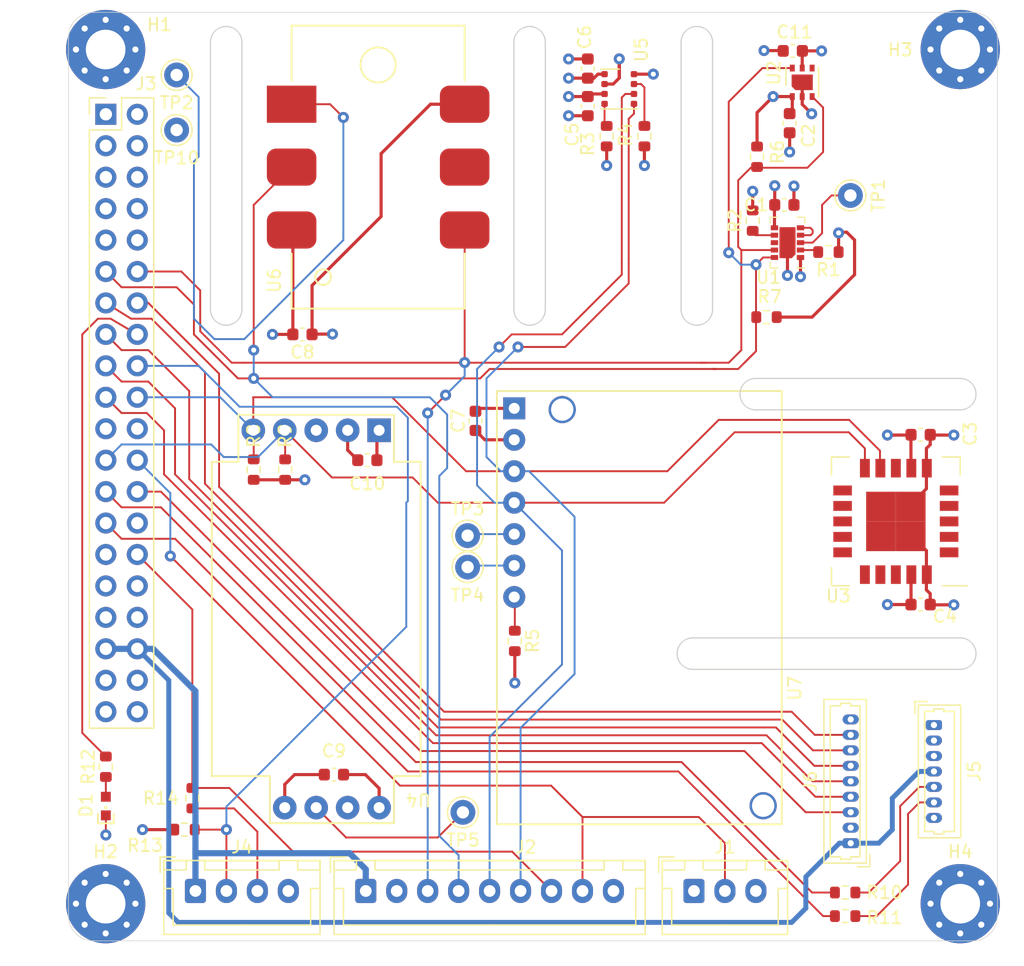
<source format=kicad_pcb>
(kicad_pcb (version 20211014) (generator pcbnew)
  (layers (0 "F.Cu" signal) (1 "In1.Cu" signal) (2 "In2.Cu" signal) (31 "B.Cu" signal) (34 "B.Paste" user) (35 "F.Paste" user) (36 "B.SilkS" user "B.Silkscreen") (37 "F.SilkS" user "F.Silkscreen") (38 "B.Mask" user) (39 "F.Mask" user) (44 "Edge.Cuts" user))
  (net 0 "")
  (net 1 "+3V3")
  (net 2 "GND")
  (net 3 "Net-(R3-Pad2)")
  (net 4 "Net-(R4-Pad2)")
  (net 5 "Net-(R5-Pad1)")
  (net 6 "Net-(TP2-Pad1)")
  (net 7 "Net-(TP3-Pad1)")
  (net 8 "Net-(TP4-Pad1)")
  (net 10 "Net-(R1-Pad2)")
  (net 11 "Net-(R2-Pad1)")
  (net 12 "Net-(TP1-Pad1)")
  (net 13 "Net-(TP5-Pad1)")
  (net 14 "/SENS/SCL_1")
  (net 15 "/SENS/SDA_1")
  (net 16 "Net-(U1-Pad4)")
  (net 20 "+5V")
  (net 21 "/SENS/SCL_2")
  (net 22 "/SENS/SDA_2")
  (net 23 "Net-(D1-Pad2)")
  (net 24 "Net-(J2-Pad7)")
  (net 25 "Net-(J1-Pad2)")
  (net 26 "Net-(J4-Pad3)")
  (net 31 "Net-(J3-Pad16)")
  (net 32 "Net-(J3-Pad15)")
  (net 39 "Net-(J3-Pad18)")
  (net 42 "Net-(J3-Pad17)")
  (net 43 "Net-(J5-Pad6)")
  (net 44 "Net-(J3-Pad19)")
  (net 45 "Net-(J3-Pad25)")
  (net 46 "Net-(J3-Pad26)")
  (net 47 "Net-(J3-Pad27)")
  (net 48 "Net-(J5-Pad5)")
  (net 50 "Net-(J3-Pad13)")
  (net 51 "Net-(J3-Pad14)")
  (footprint "Connector_Pin:Pin_D1.0mm_L10.0mm" (layer "F.Cu") (at 32.224988 -30.1909)
    (fp_text reference "TP4")
    (fp_text value "TestPoint_Small")
  )
  (footprint "Connector_Pin:Pin_D1.0mm_L10.0mm" (layer "F.Cu") (at 32.224988 -32.7309)
    (fp_text reference "TP3")
    (fp_text value "TestPoint_Small")
  )
  (footprint "Resistor_SMD:R_0603_1608Metric" (layer "F.Cu") (at 55.592988 -63.3379 90)
    (fp_text reference "R6")
    (fp_text value "4.7K")
  )
  (footprint "Resistor_SMD:R_0603_1608Metric" (layer "F.Cu") (at 62.704988 -3.9019 180)
    (fp_text reference "R10")
    (fp_text value "4.7K")
  )
  (footprint "Capacitor_SMD:C_0603_1608Metric" (layer "F.Cu") (at 68.8 -40.879635)
    (fp_text reference "C3")
    (fp_text value "0.1u")
  )
  (footprint "MountingHole:MountingHole_3.2mm_M3_Pad_Via" (layer "F.Cu") (at 3 -3)
    (fp_text reference "H2")
    (fp_text value "MountingHole")
  )
  (footprint "Connector_JST:JST_XH_B4B-XH-A_1x04_P2.50mm_Vertical" (layer "F.Cu") (at 10.25 -4.025)
    (fp_text reference "J4")
    (fp_text value "Conn_01x04")
  )
  (footprint "Capacitor_SMD:C_0603_1608Metric" (layer "F.Cu") (at 58.2245 -66.048 -90)
    (fp_text reference "C2")
    (fp_text value "1.0u")
  )
  (footprint "Capacitor_SMD:C_0603_1608Metric" (layer "F.Cu") (at 58.4785 -71.89 180)
    (fp_text reference "C11")
    (fp_text value "0.1u")
  )
  (footprint "Connector_Pin:Pin_D1.0mm_L10.0mm" (layer "F.Cu") (at 8.729988 -65.4969)
    (fp_text reference "TP10")
    (fp_text value "TestPoint_Small")
  )
  (footprint "Resistor_SMD:R_0603_1608Metric" (layer "F.Cu") (at 14.952988 -38.0649 -90)
    (fp_text reference "R8")
    (fp_text value "4.7K")
  )
  (footprint "Capacitor_SMD:C_0603_1608Metric" (layer "F.Cu") (at 57.796 -59.448)
    (fp_text reference "C1")
    (fp_text value "0.1u")
  )
  (footprint "Sensor_Gas:Sensirion_DFN-6-1EP_2.44x2.44mm_P0.8mm" (layer "F.Cu") (at 59.2405 -69.35 90)
    (fp_text reference "U2")
    (fp_text value "SGP40")
  )
  (footprint "Connector_JST:JST_XH_B9B-XH-A_1x09_P2.50mm_Vertical" (layer "F.Cu") (at 24 -4.025)
    (fp_text reference "J2")
    (fp_text value "Conn_01x09")
  )
  (footprint "Package_LGA:Bosch_LGA-8_3x3mm_P0.8mm_ClockwisePinNumbering" (layer "F.Cu") (at 44.468 -68.81 -90)
    (fp_text reference "U5")
    (fp_text value "BME680")
  )
  (footprint "Sensor_Gas:Sensiron_SCD30_Module" (layer "F.Cu") (at 34.5875 -44.4125 180)
    (fp_text reference "U7")
    (fp_text value "SCD30")
  )
  (footprint "Connector_Pin:Pin_D1.0mm_L10.0mm" (layer "F.Cu") (at 31.843988 -10.3789)
    (fp_text reference "TP5")
    (fp_text value "TestPoint_Small")
  )
  (footprint "Resistor_SMD:R_0603_1608Metric" (layer "F.Cu") (at 9.364988 -8.9819 180)
    (fp_text reference "R13")
    (fp_text value "4.7K")
  )
  (footprint "Connector_Molex:Molex_PicoBlade_53047-0710_1x07_P1.25mm_Vertical" (layer "F.Cu") (at 69.874988 -17.4309 -90)
    (fp_text reference "J5")
    (fp_text value "Conn_01x09")
  )
  (footprint "Capacitor_SMD:C_0603_1608Metric" (layer "F.Cu") (at 24.1275 -38.8269)
    (fp_text reference "C10")
    (fp_text value "0.1u")
  )
  (footprint "Sensor_Gas:Telaire_MICS-VZ-89TE‎" (layer "F.Cu") (at 25 -62.5)
    (fp_text reference "U6")
    (fp_text value "MICS-VZ-89TE‎")
  )
  (footprint "Connector_Pin:Pin_D1.0mm_L10.0mm" (layer "F.Cu") (at 8.729988 -69.9419)
    (fp_text reference "TP2")
    (fp_text value "TestPoint_Small")
  )
  (footprint "Resistor_SMD:R_0603_1608Metric" (layer "F.Cu") (at 9.999988 -11.5219 90)
    (fp_text reference "R14")
    (fp_text value "470R")
  )
  (footprint "Resistor_SMD:R_0603_1608Metric" (layer "F.Cu") (at 46.5 -65 90)
    (fp_text reference "R4")
    (fp_text value "4.7K")
  )
  (footprint "Resistor_SMD:R_0603_1608Metric" (layer "F.Cu") (at 43.452 -65 90)
    (fp_text reference "R3")
    (fp_text value "4.7K")
  )
  (footprint "Package_LGA:AMS_LGA-10-1EP_2.7x4mm_P0.6mm" (layer "F.Cu") (at 58.05 -56.4 180)
    (fp_text reference "U1")
    (fp_text value "CCS811")
  )
  (footprint "Resistor_SMD:R_0603_1608Metric" (layer "F.Cu") (at 61.352 -55.638 180)
    (fp_text reference "R1")
    (fp_text value "4.7K")
  )
  (footprint "Resistor_SMD:R_0603_1608Metric" (layer "F.Cu") (at 56.354988 -50.3839)
    (fp_text reference "R7")
    (fp_text value "4.7K")
  )
  (footprint "Sensor_Gas:Sensirion_SCD4X_QFN-20_EP_10.1x10.1_Pitch1.25mm" (layer "F.Cu") (at 66.8 -33.879635 180)
    (fp_text reference "U3")
    (fp_text value "SCD4X")
  )
  (footprint "Connector_JST:JST_XH_B3B-XH-A_1x03_P2.50mm_Vertical" (layer "F.Cu") (at 50.5 -4.025)
    (fp_text reference "J1")
    (fp_text value "Conn_01x05")
  )
  (footprint "Capacitor_SMD:C_0603_1608Metric" (layer "F.Cu") (at 32.859988 -42.0019 -90)
    (fp_text reference "C7")
    (fp_text value "1.0u")
  )
  (footprint "Connector_Molex:Molex_PicoBlade_53047-0910_1x09_P1.25mm_Vertical" (layer "F.Cu") (at 63.154988 -7.8859 90)
    (fp_text reference "J6")
    (fp_text value "Conn_01x08")
  )
  (footprint "Resistor_SMD:R_0603_1608Metric" (layer "F.Cu") (at 62.704988 -1.9969 180)
    (fp_text reference "R11")
    (fp_text value "4.7K")
  )
  (footprint "Sensor_Gas:Sensair_Sunrise_006-0-0007" (layer "F.Cu") (at 25.08 -41.24 180)
    (fp_text reference "U4")
    (fp_text value "Sensair_Sunrise_006-0-0007")
  )
  (footprint "MountingHole:MountingHole_3.2mm_M3_Pad_Via" (layer "F.Cu") (at 72 -72)
    (fp_text reference "H3")
    (fp_text value "MountingHole")
  )
  (footprint "Connector_PinHeader_2.54mm:PinHeader_2x20_P2.54mm_Vertical" (layer "F.Cu") (at 3.014988 -66.7669)
    (fp_text reference "J3")
    (fp_text value "ESP32-DevBoard-Header")
  )
  (footprint "Capacitor_SMD:C_0603_1608Metric" (layer "F.Cu") (at 41.928 -67.426 -90)
    (fp_text reference "C5")
    (fp_text value "0.1u")
  )
  (footprint "Resistor_SMD:R_0603_1608Metric" (layer "F.Cu") (at 17.492988 -38.0649 -90)
    (fp_text reference "R9")
    (fp_text value "4.7K")
  )
  (footprint "MountingHole:MountingHole_3.2mm_M3_Pad_Via" (layer "F.Cu") (at 72 -3)
    (fp_text reference "H4")
    (fp_text value "MountingHole")
  )
  (footprint "Capacitor_SMD:C_0603_1608Metric" (layer "F.Cu") (at 21.429988 -13.4269 180)
    (fp_text reference "C9")
    (fp_text value "0.1u")
  )
  (footprint "Capacitor_SMD:C_0603_1608Metric" (layer "F.Cu") (at 41.928 -70.461 90)
    (fp_text reference "C6")
    (fp_text value "0.1u")
  )
  (footprint "Resistor_SMD:R_0603_1608Metric" (layer "F.Cu") (at 3.014988 -14.0619 90)
    (fp_text reference "R12")
    (fp_text value "470R")
  )
  (footprint "MountingHole:MountingHole_3.2mm_M3_Pad_Via" (layer "F.Cu") (at 3 -72)
    (fp_text reference "H1")
    (fp_text value "MountingHole")
  )
  (footprint "Capacitor_SMD:C_0603_1608Metric" (layer "F.Cu") (at 18.889988 -48.9869 180)
    (fp_text reference "C8")
    (fp_text value "0.1u")
  )
  (footprint "Connector_Pin:Pin_D1.0mm_L10.0mm" (layer "F.Cu") (at 63.13 -60.21 90)
    (fp_text reference "TP1")
    (fp_text value "TestPoint_Small")
  )
  (footprint "custom:CHIPLED_0603" (layer "F.Cu") (at 3.014988 -10.8869 180)
    (fp_text reference "D1")
    (fp_text value "LED" hide)
  )
  (footprint "Resistor_SMD:R_0603_1608Metric" (layer "F.Cu") (at 55.2405 -58.175 90)
    (fp_text reference "R2")
    (fp_text value "47K")
  )
  (footprint "Capacitor_SMD:C_0603_1608Metric" (layer "F.Cu") (at 68.8 -27.163635)
    (fp_text reference "C4")
    (fp_text value "0.1u")
  )
  (footprint "Resistor_SMD:R_0603_1608Metric" (layer "F.Cu") (at 36.034988 -24.2219 -90)
    (fp_text reference "R5")
    (fp_text value "4.7K")
  )
  (gr_arc (start 55.484795 -42.8909) (mid 54.214795 -44.1609) (end 55.484795 -45.4309) (layer "Edge.Cuts") (width 0.1))
  (gr_line (start 35.96 -72.59) (end 35.96 -51) (layer "Edge.Cuts") (width 0.1))
  (gr_arc locked (start 73 -75) (mid 74.414214 -74.414214) (end 75 -73) (layer "Edge.Cuts") (width 0.05))
  (gr_arc (start 14 -51) (mid 12.73 -49.73) (end 11.46 -51) (layer "Edge.Cuts") (width 0.1))
  (gr_arc (start 72 -24.468598) (mid 73.27 -23.198598) (end 72 -21.928598) (layer "Edge.Cuts") (width 0.1))
  (gr_arc (start 38.5 -51) (mid 37.23 -49.73) (end 35.96 -51) (layer "Edge.Cuts") (width 0.1))
  (gr_line (start 14 -51) (end 14 -72.59) (layer "Edge.Cuts") (width 0.1))
  (gr_arc locked (start 0.000001 -72.999999) (mid 0.585787 -74.414213) (end 2.000001 -74.999999) (layer "Edge.Cuts") (width 0.05))
  (gr_arc locked (start 2 0) (mid 0.585786 -0.585786) (end 0 -2) (layer "Edge.Cuts") (width 0.05))
  (gr_line (start 72 -45.4309) (end 55.484795 -45.4309) (layer "Edge.Cuts") (width 0.1))
  (gr_line locked (start 2 -75) (end 73 -75) (layer "Edge.Cuts") (width 0.05))
  (gr_line (start 38.5 -51) (end 38.5 -72.59) (layer "Edge.Cuts") (width 0.1))
  (gr_line (start 55.484795 -42.8909) (end 72 -42.8909) (layer "Edge.Cuts") (width 0.1))
  (gr_arc (start 72 -45.4309) (mid 73.27 -44.1609) (end 72 -42.8909) (layer "Edge.Cuts") (width 0.1))
  (gr_line locked (start 73 0) (end 2 0) (layer "Edge.Cuts") (width 0.05))
  (gr_line (start 11.46 -72.59) (end 11.46 -51) (layer "Edge.Cuts") (width 0.1))
  (gr_line (start 49.46 -72.59) (end 49.46 -51) (layer "Edge.Cuts") (width 0.1))
  (gr_arc (start 11.46 -72.59) (mid 12.73 -73.86) (end 14 -72.59) (layer "Edge.Cuts") (width 0.1))
  (gr_line (start 50.41 -21.928598) (end 72 -21.928598) (layer "Edge.Cuts") (width 0.1))
  (gr_line (start 72 -24.468598) (end 50.41 -24.468598) (layer "Edge.Cuts") (width 0.1))
  (gr_line (start 52 -51) (end 52 -72.59) (layer "Edge.Cuts") (width 0.1))
  (gr_arc (start 50.41 -21.928598) (mid 49.14 -23.198598) (end 50.41 -24.468598) (layer "Edge.Cuts") (width 0.1))
  (gr_arc (start 49.46 -72.59) (mid 50.73 -73.86) (end 52 -72.59) (layer "Edge.Cuts") (width 0.1))
  (gr_line locked (start 75 -73) (end 75 -2) (layer "Edge.Cuts") (width 0.05))
  (gr_arc (start 52 -51) (mid 50.73 -49.73) (end 49.46 -51) (layer "Edge.Cuts") (width 0.1))
  (gr_arc (start 35.96 -72.59) (mid 37.23 -73.86) (end 38.5 -72.59) (layer "Edge.Cuts") (width 0.1))
  (gr_line locked (start 0 -2) (end 0 -73) (layer "Edge.Cuts") (width 0.05))
  (gr_arc locked (start 75 -2) (mid 74.414214 -0.585786) (end 73 0) (layer "Edge.Cuts") (width 0.05))
  (segment (start 57.179988 -50.3839) (end 60.037988 -50.3839) (width 0.254) (layer "F.Cu") (net 1))
  (segment (start 58.4405 -67.039) (end 58.2245 -66.823) (width 0.254) (layer "F.Cu") (net 1))
  (segment (start 63.466988 -53.8129) (end 63.466988 -56.6069) (width 0.254) (layer "F.Cu") (net 1))
  (segment (start 43.2805 -68.41) (end 42.137 -68.41) (width 0.254) (layer "F.Cu") (net 1))
  (segment (start 46.5 -64.175) (end 46.5 -62.626) (width 0.254) (layer "F.Cu") (net 1))
  (segment (start 14.952988 -37.2399) (end 19.080988 -37.2399) (width 0.254) (layer "F.Cu") (net 1))
  (segment (start 23.969988 -13.4269) (end 25.08 -12.316888) (width 0.254) (layer "F.Cu") (net 1))
  (segment (start 62.177 -55.638) (end 62.177 -57.187) (width 0.254) (layer "F.Cu") (net 1))
  (segment (start 59.2535 -71.89) (end 60.8025 -71.89) (width 0.254) (layer "F.Cu") (net 1))
  (segment (start 41.928 -69.686) (end 40.379 -69.686) (width 0.254) (layer "F.Cu") (net 1))
  (segment (start 42.137 -68.41) (end 41.928 -68.201) (width 0.254) (layer "F.Cu") (net 1))
  (segment (start 58.4405 -68.2) (end 58.4405 -67.039) (width 0.254) (layer "F.Cu") (net 1))
  (segment (start 58.4405 -68.2) (end 56.8915 -68.2) (width 0.254) (layer "F.Cu") (net 1))
  (segment (start 42.747 -70.01) (end 42.423 -69.686) (width 0.254) (layer "F.Cu") (net 1))
  (segment (start 42.423 -69.686) (end 41.928 -69.686) (width 0.254) (layer "F.Cu") (net 1))
  (segment (start 43.2805 -70.01) (end 42.747 -70.01) (width 0.254) (layer "F.Cu") (net 1))
  (segment (start 68.018 -40.872635) (end 68.018 -38.321635) (width 0.254) (layer "F.Cu") (net 1))
  (segment (start 68.025 -40.879635) (end 68.018 -40.872635) (width 0.254) (layer "F.Cu") (net 1))
  (segment (start 25.239988 -58.5119) (end 25.239988 -63.5919) (width 0.254) (layer "F.Cu") (net 1))
  (segment (start 59.2405 -70.5) (end 59.2405 -71.877) (width 0.254) (layer "F.Cu") (net 1))
  (segment (start 68.025 -27.163635) (end 66.12 -27.163635) (width 0.254) (layer "F.Cu") (net 1))
  (segment (start 22.204988 -13.4269) (end 23.969988 -13.4269) (width 0.254) (layer "F.Cu") (net 1))
  (segment (start 62.831988 -57.2419) (end 62.2319 -57.2419) (width 0.254) (layer "F.Cu") (net 1))
  (segment (start 22.54 -39.6394) (end 23.3525 -38.8269) (width 0.254) (layer "F.Cu") (net 1))
  (segment (start 19.664988 -52.9369) (end 25.239988 -58.5119) (width 0.254) (layer "F.Cu") (net 1))
  (segment (start 43.452 -64.175) (end 43.452 -62.626) (width 0.254) (layer "F.Cu") (net 1))
  (segment (start 60.037988 -50.3839) (end 63.466988 -53.8129) (width 0.254) (layer "F.Cu") (net 1))
  (segment (start 35.9875 -43.0125) (end 33.095588 -43.0125) (width 0.254) (layer "F.Cu") (net 1))
  (segment (start 57.021 -59.448) (end 57.021 -60.997) (width 0.254) (layer "F.Cu") (net 1))
  (segment (start 59.2405 -71.877) (end 59.2535 -71.89) (width 0.254) (layer "F.Cu") (net 1))
  (segment (start 55.592988 -64.1629) (end 55.592988 -66.901488) (width 0.254) (layer "F.Cu") (net 1))
  (segment (start 68.025 -40.854635) (end 66.12 -40.854635) (width 0.254) (layer "F.Cu") (net 1))
  (segment (start 25.08 -12.316888) (end 25.08 -10.76) (width 0.254) (layer "F.Cu") (net 1))
  (segment (start 8.539988 -8.9819) (end 5.974988 -8.9819) (width 0.254) (layer "F.Cu") (net 1))
  (segment (start 19.664988 -48.9869) (end 19.664988 -52.9369) (width 0.254) (layer "F.Cu") (net 1))
  (segment (start 41.928 -68.201) (end 40.379 -68.201) (width 0.254) (layer "F.Cu") (net 1))
  (segment (start 57 -59.427) (end 57.021 -59.448) (width 0.254) (layer "F.Cu") (net 1))
  (segment (start 62.2319 -57.2419) (end 62.177 -57.187) (width 0.254) (layer "F.Cu") (net 1))
  (segment (start 25.239988 -63.5919) (end 29.228088 -67.58) (width 0.254) (layer "F.Cu") (net 1))
  (segment (start 55.592988 -66.901488) (end 56.8915 -68.2) (width 0.254) (layer "F.Cu") (net 1))
  (segment (start 68.025 -27.163635) (end 68.025 -29.714635) (width 0.254) (layer "F.Cu") (net 1))
  (segment (start 22.54 -41.24) (end 22.54 -39.6394) (width 0.254) (layer "F.Cu") (net 1))
  (segment (start 29.228088 -67.58) (end 31.985 -67.58) (width 0.254) (layer "F.Cu") (net 1))
  (segment (start 19.664988 -49.0119) (end 21.314988 -49.0119) (width 0.254) (layer "F.Cu") (net 1))
  (segment (start 63.466988 -56.6069) (end 62.831988 -57.2419) (width 0.254) (layer "F.Cu") (net 1))
  (segment (start 57 -57.6) (end 57 -59.427) (width 0.254) (layer "F.Cu") (net 1))
  (segment (start 33.095588 -43.0125) (end 32.859988 -42.7769) (width 0.254) (layer "F.Cu") (net 1))
  (via (at 46.5 -62.626) (size 0.889) (drill 0.4064) (layers "F.Cu" "B.Cu") (net 1))
  (via (at 40.379 -69.686) (size 0.889) (drill 0.4064) (layers "F.Cu" "B.Cu") (net 1))
  (via (at 57.021 -60.997) (size 0.889) (drill 0.4064) (layers "F.Cu" "B.Cu") (net 1))
  (via (at 43.452 -62.626) (size 0.889) (drill 0.4064) (layers "F.Cu" "B.Cu") (net 1))
  (via (at 19.080988 -37.2399) (size 0.889) (drill 0.4064) (layers "F.Cu" "B.Cu") (net 1))
  (via (at 21.314988 -49.0119) (size 0.889) (drill 0.4064) (layers "F.Cu" "B.Cu") (net 1))
  (via (at 5.974988 -8.9819) (size 0.889) (drill 0.4064) (layers "F.Cu" "B.Cu") (net 1))
  (via (at 62.177 -57.187) (size 0.889) (drill 0.4064) (layers "F.Cu" "B.Cu") (net 1))
  (via (at 40.379 -68.201) (size 0.889) (drill 0.4064) (layers "F.Cu" "B.Cu") (net 1))
  (via (at 60.8025 -71.89) (size 0.889) (drill 0.4064) (layers "F.Cu" "B.Cu") (net 1))
  (via (at 66.12 -40.854635) (size 0.889) (drill 0.4064) (layers "F.Cu" "B.Cu") (net 1))
  (via (at 56.8915 -68.2) (size 0.889) (drill 0.4064) (layers "F.Cu" "B.Cu") (net 1))
  (via (at 66.12 -27.163635) (size 0.889) (drill 0.4064) (layers "F.Cu" "B.Cu") (net 1))
  (segment (start 59.2405 -68.2) (end 59.2405 -67.572) (width 0.254) (layer "F.Cu") (net 2))
  (segment (start 58.05 -55.3) (end 58.05 -53.751) (width 0.254) (layer "F.Cu") (net 2))
  (segment (start 59.2405 -68.2) (end 59.2405 -69.35) (width 0.254) (layer "F.Cu") (net 2))
  (segment (start 41.928 -66.651) (end 40.379 -66.651) (width 0.254) (layer "F.Cu") (net 2))
  (segment (start 57.7035 -71.915) (end 56.1545 -71.915) (width 0.254) (layer "F.Cu") (net 2))
  (segment (start 24.9025 -41.0625) (end 25.08 -41.24) (width 0.254) (layer "F.Cu") (net 2))
  (segment (start 69.268 -39.776635) (end 69.575 -40.083635) (width 0.254) (layer "F.Cu") (net 2))
  (segment (start 18.114988 -48.9869) (end 18.114988 -57.320012) (width 0.254) (layer "F.Cu") (net 2))
  (segment (start 69.268 -38.321635) (end 69.268 -39.776635) (width 0.254) (layer "F.Cu") (net 2))
  (segment (start 69.575 -27.138635) (end 71.48 -27.138635) (width 0.254) (layer "F.Cu") (net 2))
  (segment (start 44.468 -69.699) (end 44.468 -71.248) (width 0.254) (layer "F.Cu") (net 2))
  (segment (start 44.468 -69.699) (end 44.468 -70.969) (width 0.254) (layer "F.Cu") (net 2))
  (segment (start 69.268 -36.521635) (end 67.968 -35.221635) (width 0.254) (layer "F.Cu") (net 2))
  (segment (start 43.979 -69.21) (end 44.468 -69.699) (width 0.254) (layer "F.Cu") (net 2))
  (segment (start 32.859988 -41.2269) (end 33.614388 -40.4725) (width 0.254) (layer "F.Cu") (net 2))
  (segment (start 18.114988 -48.9869) (end 16.464988 -48.9869) (width 0.254) (layer "F.Cu") (net 2))
  (segment (start 69.575 -27.163635) (end 69.575 -28.039635) (width 0.254) (layer "F.Cu") (net 2))
  (segment (start 36.034988 -23.3969) (end 36.034988 -20.8319) (width 0.254) (layer "F.Cu") (net 2))
  (segment (start 69.575 -40.083635) (end 69.575 -40.879635) (width 0.254) (layer "F.Cu") (net 2))
  (segment (start 69.268 -28.346635) (end 69.268 -29.721635) (width 0.254) (layer "F.Cu") (net 2))
  (segment (start 24.9025 -38.8269) (end 24.9025 -41.0625) (width 0.254) (layer "F.Cu") (net 2))
  (segment (start 59.2405 -67.572) (end 60.0025 -66.81) (width 0.254) (layer "F.Cu") (net 2))
  (segment (start 59.1 -55.2) (end 59.1 -53.651) (width 0.254) (layer "F.Cu") (net 2))
  (segment (start 43.2805 -69.21) (end 43.979 -69.21) (width 0.254) (layer "F.Cu") (net 2))
  (segment (start 69.268 -31.521635) (end 67.968 -32.821635) (width 0.254) (layer "F.Cu") (net 2))
  (segment (start 18.114988 -57.320012) (end 18.015 -57.42) (width 0.254) (layer "F.Cu") (net 2))
  (segment (start 58.571 -59.423) (end 58.571 -60.972) (width 0.254) (layer "F.Cu") (net 2))
  (segment (start 45.668 -70.01) (end 47.217 -70.01) (width 0.254) (layer "F.Cu") (net 2))
  (segment (start 41.928 -71.236) (end 40.379 -71.236) (width 0.254) (layer "F.Cu") (net 2))
  (segment (start 69.268 -38.321635) (end 69.268 -36.521635) (width 0.254) (layer "F.Cu") (net 2))
  (segment (start 33.614388 -40.4725) (end 35.9875 -40.4725) (width 0.254) (layer "F.Cu") (net 2))
  (segment (start 18.254988 -13.4269) (end 17.46 -12.631912) (width 0.254) (layer "F.Cu") (net 2))
  (segment (start 17.46 -12.631912) (end 17.46 -10.76) (width 0.254) (layer "F.Cu") (net 2))
  (segment (start 69.575 -28.039635) (end 69.268 -28.346635) (width 0.254) (layer "F.Cu") (net 2))
  (segment (start 58.2245 -65.273) (end 58.2245 -63.724) (width 0.254) (layer "F.Cu") (net 2))
  (segment (start 69.268 -29.721635) (end 69.268 -31.521635) (width 0.254) (layer "F.Cu") (net 2))
  (segment (start 20.654988 -13.4269) (end 18.254988 -13.4269) (width 0.254) (layer "F.Cu") (net 2))
  (segment (start 3.014988 -8.5489) (end 3.014988 -10.1369) (width 0.1524) (layer "F.Cu") (net 2))
  (segment (start 69.575 -40.854635) (end 71.48 -40.854635) (width 0.254) (layer "F.Cu") (net 2))
  (segment (start 55.2405 -59) (end 55.2405 -60.549) (width 0.254) (layer "F.Cu") (net 2))
  (via (at 59.1 -53.651) (size 0.889) (drill 0.4064) (layers "F.Cu" "B.Cu") (net 2))
  (via (at 60.0025 -66.81) (size 0.889) (drill 0.4064) (layers "F.Cu" "B.Cu") (net 2))
  (via (at 55.2405 -60.549) (size 0.889) (drill 0.4064) (layers "F.Cu" "B.Cu") (net 2))
  (via (at 16.464988 -48.9869) (size 0.889) (drill 0.4064) (layers "F.Cu" "B.Cu") (net 2))
  (via (at 58.05 -53.751) (size 0.889) (drill 0.4064) (layers "F.Cu" "B.Cu") (net 2))
  (via (at 36.034988 -20.8319) (size 0.889) (drill 0.4064) (layers "F.Cu" "B.Cu") (net 2))
  (via (at 58.2245 -63.724) (size 0.889) (drill 0.4064) (layers "F.Cu" "B.Cu") (net 2))
  (via (at 40.379 -66.651) (size 0.889) (drill 0.4064) (layers "F.Cu" "B.Cu") (net 2))
  (via (at 44.468 -71.248) (size 0.889) (drill 0.4064) (layers "F.Cu" "B.Cu") (net 2))
  (via (at 40.379 -71.236) (size 0.889) (drill 0.4064) (layers "F.Cu" "B.Cu") (net 2))
  (via (at 71.48 -40.854635) (size 0.889) (drill 0.4064) (layers "F.Cu" "B.Cu") (net 2))
  (via (at 56.1545 -71.915) (size 0.889) (drill 0.4064) (layers "F.Cu" "B.Cu") (net 2))
  (via (at 58.571 -60.972) (size 0.889) (drill 0.4064) (layers "F.Cu" "B.Cu") (net 2))
  (via (at 71.48 -27.138635) (size 0.889) (drill 0.4064) (layers "F.Cu" "B.Cu") (net 2))
  (via (at 47.217 -70.01) (size 0.889) (drill 0.4064) (layers "F.Cu" "B.Cu") (net 2))
  (via (at 3.014988 -8.5489) (size 0.889) (drill 0.4064) (layers "F.Cu" "B.Cu") (net 2))
  (segment (start 43.2805 -65.9965) (end 43.2805 -67.61) (width 0.1524) (layer "F.Cu") (net 3))
  (segment (start 43.452 -65.825) (end 43.2805 -65.9965) (width 0.1524) (layer "F.Cu") (net 3))
  (segment (start 46.5 -65.825) (end 46.5 -68.937) (width 0.1524) (layer "F.Cu") (net 4))
  (segment (start 46.227 -69.21) (end 45.6555 -69.21) (width 0.1524) (layer "F.Cu") (net 4))
  (segment (start 46.246 -69.191) (end 46.227 -69.21) (width 0.1524) (layer "F.Cu") (net 4))
  (segment (start 46.5 -68.937) (end 46.246 -69.191) (width 0.1524) (layer "F.Cu") (net 4))
  (segment (start 36.034988 -25.0469) (end 36.034988 -27.725012) (width 0.1524) (layer "F.Cu") (net 5))
  (segment (start 36.034988 -27.725012) (end 35.9875 -27.7725) (width 0.1524) (layer "F.Cu") (net 5))
  (segment (start 21.124888 -67.58) (end 22.191988 -66.5129) (width 0.1524) (layer "F.Cu") (net 6))
  (segment (start 18.015 -67.58) (end 21.124888 -67.58) (width 0.1524) (layer "F.Cu") (net 6))
  (via (at 22.191988 -66.5129) (size 0.889) (drill 0.4064) (layers "F.Cu" "B.Cu") (net 6))
  (segment (start 11.777988 -48.6059) (end 14.190988 -48.6059) (width 0.1524) (layer "B.Cu") (net 6))
  (segment (start 22.191988 -56.6069) (end 22.191988 -66.5129) (width 0.1524) (layer "B.Cu") (net 6))
  (segment (start 14.190988 -48.6059) (end 22.191988 -56.6069) (width 0.1524) (layer "B.Cu") (net 6))
  (segment (start 10.507988 -68.1639) (end 10.507988 -63.3379) (width 0.1524) (layer "B.Cu") (net 6))
  (segment (start 10.507988 -63.3379) (end 10.126988 -62.9569) (width 0.1524) (layer "B.Cu") (net 6))
  (segment (start 10.126988 -62.9569) (end 10.126988 -50.2569) (width 0.1524) (layer "B.Cu") (net 6))
  (segment (start 8.729988 -69.9419) (end 10.507988 -68.1639) (width 0.1524) (layer "B.Cu") (net 6))
  (segment (start 10.126988 -50.2569) (end 11.777988 -48.6059) (width 0.1524) (layer "B.Cu") (net 6))
  (segment (start 35.9875 -32.8525) (end 32.346588 -32.8525) (width 0.1524) (layer "B.Cu") (net 7))
  (segment (start 32.346588 -32.8525) (end 32.224988 -32.7309) (width 0.1524) (layer "B.Cu") (net 7))
  (segment (start 32.346588 -30.3125) (end 35.9875 -30.3125) (width 0.1524) (layer "B.Cu") (net 8))
  (segment (start 32.224988 -30.1909) (end 32.346588 -30.3125) (width 0.1524) (layer "B.Cu") (net 8))
  (segment (start 59.1 -55.8) (end 60.365 -55.8) (width 0.1524) (layer "F.Cu") (net 10))
  (segment (start 60.365 -55.8) (end 60.527 -55.638) (width 0.1524) (layer "F.Cu") (net 10))
  (segment (start 57 -57) (end 55.481 -57) (width 0.1524) (layer "F.Cu") (net 11))
  (segment (start 55.481 -57) (end 55.319 -57.162) (width 0.1524) (layer "F.Cu") (net 11))
  (segment (start 59.1 -56.4) (end 60.082 -56.4) (width 0.1524) (layer "F.Cu") (net 12))
  (segment (start 61.606 -60.21) (end 63.13 -60.21) (width 0.1524) (layer "F.Cu") (net 12))
  (segment (start 60.082 -56.4) (end 60.844 -57.162) (width 0.1524) (layer "F.Cu") (net 12))
  (segment (start 60.844 -59.448) (end 61.606 -60.21) (width 0.1524) (layer "F.Cu") (net 12))
  (segment (start 60.844 -57.162) (end 60.844 -59.448) (width 0.1524) (layer "F.Cu") (net 12))
  (segment (start 29.811988 -8.3469) (end 31.843988 -10.3789) (width 0.1524) (layer "F.Cu") (net 13))
  (segment (start 20 -10.76) (end 22.4131 -8.3469) (width 0.1524) (layer "F.Cu") (net 13))
  (segment (start 22.4131 -8.3469) (end 29.811988 -8.3469) (width 0.1524) (layer "F.Cu") (net 13))
  (segment (start 65.518 -39.589635) (end 65.518 -38.321635) (width 0.1524) (layer "F.Cu") (net 14))
  (segment (start 48.348588 -37.9325) (end 52.495723 -42.079635) (width 0.1524) (layer "F.Cu") (net 14))
  (segment (start 35.9875 -37.9325) (end 48.348588 -37.9325) (width 0.1524) (layer "F.Cu") (net 14))
  (segment (start 14.92 -43.8938) (end 14.9069 -43.9069) (width 0.1524) (layer "F.Cu") (net 14))
  (segment (start 40.098988 -47.9709) (end 45.23 -53.101912) (width 0.1524) (layer "F.Cu") (net 14))
  (segment (start 45.6555 -67.61) (end 45.6555 -66.8225) (width 0.1524) (layer "F.Cu") (net 14))
  (segment (start 45.23 -66.397) (end 45.23 -55.133912) (width 0.1524) (layer "F.Cu") (net 14))
  (segment (start 35.9875 -37.9325) (end 32.103388 -37.9325) (width 0.1524) (layer "F.Cu") (net 14))
  (segment (start 26.128988 -43.9069) (end 14.9069 -43.9069) (width 0.1524) (layer "F.Cu") (net 14))
  (segment (start 45.23 -53.101912) (end 45.23 -55.133912) (width 0.1524) (layer "F.Cu") (net 14))
  (segment (start 36.288988 -47.9709) (end 40.098988 -47.9709) (width 0.1524) (layer "F.Cu") (net 14))
  (segment (start 52.495723 -42.079635) (end 63.028 -42.079635) (width 0.1524) (layer "F.Cu") (net 14))
  (segment (start 14.952988 -38.8899) (end 14.952988 -41.207012) (width 0.1524) (layer "F.Cu") (net 14))
  (segment (start 14.92 -41.24) (end 14.92 -43.8938) (width 0.1524) (layer "F.Cu") (net 14))
  (segment (start 32.103388 -37.9325) (end 26.128988 -43.9069) (width 0.1524) (layer "F.Cu") (net 14))
  (segment (start 14.952988 -41.207012) (end 14.92 -41.24) (width 0.1524) (layer "F.Cu") (net 14))
  (segment (start 45.6555 -66.8225) (end 45.23 -66.397) (width 0.1524) (layer "F.Cu") (net 14))
  (segment (start 63.028 -42.079635) (end 65.518 -39.589635) (width 0.1524) (layer "F.Cu") (net 14))
  (via (at 36.288988 -47.9709) (size 0.889) (drill 0.4064) (layers "F.Cu" "B.Cu") (net 14))
  (segment (start 33.748988 -45.4309) (end 36.288988 -47.9709) (width 0.1524) (layer "B.Cu") (net 14))
  (segment (start 40.860988 -34.2549) (end 37.183388 -37.9325) (width 0.1524) (layer "B.Cu") (net 14))
  (segment (start 40.860988 -21.5549) (end 40.860988 -34.2549) (width 0.1524) (layer "B.Cu") (net 14))
  (segment (start 37.183388 -37.9325) (end 35.9875 -37.9325) (width 0.1524) (layer "B.Cu") (net 14))
  (segment (start 36.5 -4.025) (end 36.5 -17.193912) (width 0.1524) (layer "B.Cu") (net 14))
  (segment (start 36.5 -17.193912) (end 40.860988 -21.5549) (width 0.1524) (layer "B.Cu") (net 14))
  (segment (start 35.9875 -37.9325) (end 34.897388 -37.9325) (width 0.1524) (layer "B.Cu") (net 14))
  (segment (start 5.554988 -43.9069) (end 12.2531 -43.9069) (width 0.1524) (layer "B.Cu") (net 14))
  (segment (start 34.897388 -37.9325) (end 33.748988 -39.0809) (width 0.1524) (layer "B.Cu") (net 14))
  (segment (start 12.2531 -43.9069) (end 14.92 -41.24) (width 0.1524) (layer "B.Cu") (net 14))
  (segment (start 33.748988 -39.0809) (end 33.748988 -45.4309) (width 0.1524) (layer "B.Cu") (net 14))
  (segment (start 44.722 -68.175) (end 44.670988 -68.123988) (width 0.1524) (layer "F.Cu") (net 15))
  (segment (start 44.670988 -64.4809) (end 44.670988 -54.8289) (width 0.1524) (layer "F.Cu") (net 15))
  (segment (start 34.764988 -47.9709) (end 35.780988 -48.9869) (width 0.1524) (layer "F.Cu") (net 15))
  (segment (start 48.094588 -35.3925) (end 35.9875 -35.3925) (width 0.1524) (layer "F.Cu") (net 15))
  (segment (start 45.6555 -68.41) (end 44.957 -68.41) (width 0.1524) (layer "F.Cu") (net 15))
  (segment (start 64.3 -39.779635) (end 63 -41.079635) (width 0.1524) (layer "F.Cu") (net 15))
  (segment (start 21.2701 -37.4299) (end 17.46 -41.24) (width 0.1524) (layer "F.Cu") (net 15))
  (segment (start 44.670988 -68.123988) (end 44.670988 -64.4809) (width 0.1524) (layer "F.Cu") (net 15))
  (segment (start 27.779988 -37.4299) (end 29.817388 -35.3925) (width 0.1524) (layer "F.Cu") (net 15))
  (segment (start 27.779988 -37.4299) (end 21.2701 -37.4299) (width 0.1524) (layer "F.Cu") (net 15))
  (segment (start 44.670988 -53.8129) (end 44.670988 -54.8289) (width 0.1524) (layer "F.Cu") (net 15))
  (segment (start 17.492988 -41.207012) (end 17.46 -41.24) (width 0.1524) (layer "F.Cu") (net 15))
  (segment (start 17.492988 -38.8899) (end 17.492988 -41.207012) (width 0.1524) (layer "F.Cu") (net 15))
  (segment (start 35.780988 -48.9869) (end 39.844988 -48.9869) (width 0.1524) (layer "F.Cu") (net 15))
  (segment (start 39.844988 -48.9869) (end 44.670988 -53.8129) (width 0.1524) (layer "F.Cu") (net 15))
  (segment (start 64.3 -38.179635) (end 64.3 -39.779635) (width 0.1524) (layer "F.Cu") (net 15))
  (segment (start 29.817388 -35.3925) (end 35.9875 -35.3925) (width 0.1524) (layer "F.Cu") (net 15))
  (segment (start 44.957 -68.41) (end 44.722 -68.175) (width 0.1524) (layer "F.Cu") (net 15))
  (segment (start 63 -41.079635) (end 53.781723 -41.079635) (width 0.1524) (layer "F.Cu") (net 15))
  (segment (start 53.781723 -41.079635) (end 48.094588 -35.3925) (width 0.1524) (layer "F.Cu") (net 15))
  (via (at 34.764988 -47.9709) (size 0.889) (drill 0.4064) (layers "F.Cu" "B.Cu") (net 15))
  (segment (start 12.539988 -39.0809) (end 11.523988 -40.0969) (width 0.1524) (layer "B.Cu") (net 15))
  (segment (start 32.986988 -36.7949) (end 34.389388 -35.3925) (width 0.1524) (layer "B.Cu") (net 15))
  (segment (start 4.284988 -40.0969) (end 3.014988 -38.8269) (width 0.1524) (layer "B.Cu") (net 15))
  (segment (start 39.844988 -22.3169) (end 39.844988 -31.535012) (width 0.1524) (layer "B.Cu") (net 15))
  (segment (start 34.389388 -35.3925) (end 35.9875 -35.3925) (width 0.1524) (layer "B.Cu") (net 15))
  (segment (start 34.764988 -47.9709) (end 32.986988 -46.1929) (width 0.1524) (layer "B.Cu") (net 15))
  (segment (start 34 -16.471912) (end 39.844988 -22.3169) (width 0.1524) (layer "B.Cu") (net 15))
  (segment (start 39.844988 -31.535012) (end 35.9875 -35.3925) (width 0.1524) (layer "B.Cu") (net 15))
  (segment (start 11.523988 -40.0969) (end 4.284988 -40.0969) (width 0.1524) (layer "B.Cu") (net 15))
  (segment (start 15.3009 -39.0809) (end 12.539988 -39.0809) (width 0.1524) (layer "B.Cu") (net 15))
  (segment (start 32.986988 -46.1929) (end 32.986988 -36.7949) (width 0.1524) (layer "B.Cu") (net 15))
  (segment (start 34 -4.025) (end 34 -16.471912) (width 0.1524) (layer "B.Cu") (net 15))
  (segment (start 17.46 -41.24) (end 15.3009 -39.0809) (width 0.1524) (layer "B.Cu") (net 15))
  (segment (start 59.1 -57) (end 59.92 -57) (width 0.1524) (layer "F.Cu") (net 16))
  (segment (start 60.082 -57.162) (end 60.082 -57.416) (width 0.1524) (layer "F.Cu") (net 16))
  (segment (start 59.898 -57.6) (end 60.082 -57.416) (width 0.1524) (layer "F.Cu") (net 16))
  (segment (start 59.92 -57) (end 60.082 -57.162) (width 0.1524) (layer "F.Cu") (net 16))
  (segment (start 59.1 -57.6) (end 59.898 -57.6) (width 0.1524) (layer "F.Cu") (net 16))
  (segment (start 5.554988 -23.5869) (end 8.094988 -21.0469) (width 0.4) (layer "B.Cu") (net 20))
  (segment (start 8.094988 -21.0469) (end 8.094988 -2.2509) (width 0.4) (layer "B.Cu") (net 20))
  (segment (start 10.25 -4.025) (end 10.25 -7.461888) (width 0.5) (layer "B.Cu") (net 20))
  (segment (start 63.154988 -7.8859) (end 62.243988 -7.8859) (width 0.4) (layer "B.Cu") (net 20))
  (segment (start 10.25 -20.161888) (end 6.824988 -23.5869) (width 0.5) (layer "B.Cu") (net 20))
  (segment (start 63.154988 -7.8859) (end 65.418988 -7.8859) (width 0.4) (layer "B.Cu") (net 20))
  (segment (start 22.699988 -7.0769) (end 10.25 -7.0769) (width 0.5) (layer "B.Cu") (net 20))
  (segment (start 62.243988 -7.8859) (end 59.529988 -5.1719) (width 0.4) (layer "B.Cu") (net 20))
  (segment (start 8.856988 -1.4889) (end 58.386988 -1.4889) (width 0.4) (layer "B.Cu") (net 20))
  (segment (start 59.529988 -5.1719) (end 59.529988 -2.6319) (width 0.4) (layer "B.Cu") (net 20))
  (segment (start 10.25 -7.461888) (end 10.25 -20.161888) (width 0.5) (layer "B.Cu") (net 20))
  (segment (start 66.514988 -11.5219) (end 66.514988 -8.9819) (width 0.4) (layer "B.Cu") (net 20))
  (segment (start 8.094988 -2.2509) (end 8.856988 -1.4889) (width 0.4) (layer "B.Cu") (net 20))
  (segment (start 24 -5.776888) (end 22.699988 -7.0769) (width 0.5) (layer "B.Cu") (net 20))
  (segment (start 6.824988 -23.5869) (end 3.014988 -23.5869) (width 0.5) (layer "B.Cu") (net 20))
  (segment (start 24 -4.025) (end 24 -5.776888) (width 0.5) (layer "B.Cu") (net 20))
  (segment (start 65.418988 -7.8859) (end 66.514988 -8.9819) (width 0.4) (layer "B.Cu") (net 20))
  (segment (start 68.673988 -13.6809) (end 66.514988 -11.5219) (width 0.4) (layer "B.Cu") (net 20))
  (segment (start 58.386988 -1.4889) (end 59.529988 -2.6319) (width 0.4) (layer "B.Cu") (net 20))
  (segment (start 69.874988 -13.6809) (end 68.673988 -13.6809) (width 0.4) (layer "B.Cu") (net 20))
  (segment (start 14.952988 -45.4309) (end 33.240988 -45.4309) (width 0.1524) (layer "F.Cu") (net 21))
  (segment (start 52.036988 -46.1929) (end 54.068988 -46.1929) (width 0.1524) (layer "F.Cu") (net 21))
  (segment (start 10.126988 -48.9869) (end 10.888988 -48.2249) (width 0.1524) (layer "F.Cu") (net 21))
  (segment (start 14.952988 -59.437988) (end 14.952988 -47.7169) (width 0.1524) (layer "F.Cu") (net 21))
  (segment (start 53.306988 -67.7829) (end 53.306988 -55.5909) (width 0.1524) (layer "F.Cu") (net 21))
  (segment (start 55.51 -47.633912) (end 54.576988 -46.7009) (width 0.1524) (layer "F.Cu") (net 21))
  (segment (start 52.036988 -46.1929) (end 52.290988 -46.1929) (width 0.1524) (layer "F.Cu") (net 21))
  (segment (start 10.888988 -48.2249) (end 12.920988 -46.1929) (width 0.1524) (layer "F.Cu") (net 21))
  (segment (start 56.024088 -70.5) (end 53.306988 -67.7829) (width 0.1524) (layer "F.Cu") (net 21))
  (segment (start 12.920988 -46.1929) (end 13.682988 -45.4309) (width 0.1524) (layer "F.Cu") (net 21))
  (segment (start 34.002988 -46.1929) (end 52.036988 -46.1929) (width 0.1524) (layer "F.Cu") (net 21))
  (segment (start 13.682988 -45.4309) (end 14.952988 -45.4309) (width 0.1524) (layer "F.Cu") (net 21))
  (segment (start 54.068988 -46.1929) (end 54.576988 -46.7009) (width 0.1524) (layer "F.Cu") (net 21))
  (segment (start 55.51 -54.622) (end 55.51 -47.633912) (width 0.1524) (layer "F.Cu") (net 21))
  (segment (start 58.4405 -70.5) (end 56.024088 -70.5) (width 0.1524) (layer "F.Cu") (net 21))
  (segment (start 10.126988 -51.3999) (end 10.126988 -48.9869) (width 0.1524) (layer "F.Cu") (net 21))
  (segment (start 18.015 -62.5) (end 14.952988 -59.437988) (width 0.1524) (layer "F.Cu") (net 21))
  (segment (start 57 -55.2) (end 56.088 -55.2) (width 0.1524) (layer "F.Cu") (net 21))
  (segment (start 54.576988 -46.7009) (end 55.338988 -47.4629) (width 0.1524) (layer "F.Cu") (net 21))
  (segment (start 8.729988 -52.7969) (end 10.126988 -51.3999) (width 0.1524) (layer "F.Cu") (net 21))
  (segment (start 3.014988 -54.0669) (end 4.284988 -52.7969) (width 0.1524) (layer "F.Cu") (net 21))
  (segment (start 56.088 -55.2) (end 55.51 -54.622) (width 0.1524) (layer "F.Cu") (net 21))
  (segment (start 33.240988 -45.4309) (end 34.002988 -46.1929) (width 0.1524) (layer "F.Cu") (net 21))
  (segment (start 4.284988 -52.7969) (end 8.729988 -52.7969) (width 0.1524) (layer "F.Cu") (net 21))
  (via (at 14.952988 -45.4309) (size 0.889) (drill 0.4064) (layers "F.Cu" "B.Cu") (net 21))
  (via (at 53.306988 -55.5909) (size 0.889) (drill 0.4064) (layers "F.Cu" "B.Cu") (net 21))
  (via (at 14.952988 -47.7169) (size 0.889) (drill 0.4064) (layers "F.Cu" "B.Cu") (net 21))
  (via (at 55.51 -54.622) (size 0.889) (drill 0.4064) (layers "F.Cu" "B.Cu") (net 21))
  (segment (start 54.275888 -54.622) (end 53.306988 -55.5909) (width 0.1524) (layer "B.Cu") (net 21))
  (segment (start 30.573988 -38.1919) (end 30.573988 -42.5099) (width 0.1524) (layer "B.Cu") (net 21))
  (segment (start 31.5 -6.912888) (end 29.938988 -8.4739) (width 0.1524) (layer "B.Cu") (net 21))
  (segment (start 30.573988 -42.5099) (end 29.176988 -43.9069) (width 0.1524) (layer "B.Cu") (net 21))
  (segment (start 16.476988 -43.9069) (end 14.952988 -45.4309) (width 0.1524) (layer "B.Cu") (net 21))
  (segment (start 55.51 -54.622) (end 54.275888 -54.622) (width 0.1524) (layer "B.Cu") (net 21))
  (segment (start 29.176988 -43.9069) (end 16.476988 -43.9069) (width 0.1524) (layer "B.Cu") (net 21))
  (segment (start 31.5 -4.025) (end 31.5 -6.912888) (width 0.1524) (layer "B.Cu") (net 21))
  (segment (start 29.938988 -8.4739) (end 29.938988 -37.5569) (width 0.1524) (layer "B.Cu") (net 21))
  (segment (start 29.938988 -37.5569) (end 30.573988 -38.1919) (width 0.1524) (layer "B.Cu") (net 21))
  (segment (start 14.952988 -47.7169) (end 14.952988 -45.4309) (width 0.1524) (layer "B.Cu") (net 21))
  (segment (start 10.634988 -49.2409) (end 13.174988 -46.7009) (width 0.1524) (layer "F.Cu") (net 22))
  (segment (start 60.926988 -67.313512) (end 60.926988 -63.7189) (width 0.1524) (layer "F.Cu") (net 22))
  (segment (start 31.970988 -46.7009) (end 51.020988 -46.7009) (width 0.1524) (layer "F.Cu") (net 22))
  (segment (start 10.634988 -52.5429) (end 10.634988 -49.2409) (width 0.1524) (layer "F.Cu") (net 22))
  (segment (start 55.084988 -62.4489) (end 54.068988 -61.4329) (width 0.1524) (layer "F.Cu") (net 22))
  (segment (start 60.0405 -68.2) (end 60.926988 -67.313512) (width 0.1524) (layer "F.Cu") (net 22))
  (segment (start 9.110988 -54.0669) (end 10.634988 -52.5429) (width 0.1524) (layer "F.Cu") (net 22))
  (segment (start 31.985 -57.42) (end 31.985 -46.714912) (width 0.1524) (layer "F.Cu") (net 22))
  (segment (start 13.174988 -46.7009) (end 14.190988 -46.7009) (width 0.1524) (layer "F.Cu") (net 22))
  (segment (start 29 -42.6369) (end 30.446988 -44.083888) (width 0.1524) (layer "F.Cu") (net 22))
  (segment (start 31.985 -46.714912) (end 31.970988 -46.7009) (width 0.1524) (layer "F.Cu") (net 22))
  (segment (start 54.322988 -55.8) (end 54.322988 -47.7169) (width 0.1524) (layer "F.Cu") (net 22))
  (segment (start 5.554988 -54.0669) (end 9.110988 -54.0669) (width 0.1524) (layer "F.Cu") (net 22))
  (segment (start 59.656988 -62.4489) (end 55.084988 -62.4489) (width 0.1524) (layer "F.Cu") (net 22))
  (segment (start 53.306988 -46.7009) (end 51.020988 -46.7009) (width 0.1524) (layer "F.Cu") (net 22))
  (segment (start 51.020988 -46.7009) (end 51.528988 -46.7009) (width 0.1524) (layer "F.Cu") (net 22))
  (segment (start 54.068988 -56.054) (end 54.322988 -55.8) (width 0.1524) (layer "F.Cu") (net 22))
  (segment (start 54.068988 -61.4329) (end 54.068988 -56.054) (width 0.1524) (layer "F.Cu") (net 22))
  (segment (start 54.322988 -47.7169) (end 53.306988 -46.7009) (width 0.1524) (layer "F.Cu") (net 22))
  (segment (start 14.190988 -46.7009) (end 31.970988 -46.7009) (width 0.1524) (layer "F.Cu") (net 22))
  (segment (start 57 -55.8) (end 54.322988 -55.8) (width 0.1524) (layer "F.Cu") (net 22))
  (segment (start 60.926988 -63.7189) (end 59.656988 -62.4489) (width 0.1524) (layer "F.Cu") (net 22))
  (via (at 30.446988 -44.083888) (size 0.889) (drill 0.4064) (layers "F.Cu" "B.Cu") (net 22))
  (via (at 29 -42.6369) (size 0.889) (drill 0.4064) (layers "F.Cu" "B.Cu") (net 22))
  (via (at 31.985 -46.714912) (size 0.889) (drill 0.4064) (layers "F.Cu" "B.Cu") (net 22))
  (segment (start 30.446988 -44.083888) (end 31.985 -45.6219) (width 0.1524) (layer "B.Cu") (net 22))
  (segment (start 31.985 -45.6219) (end 31.985 -46.714912) (width 0.1524) (layer "B.Cu") (net 22))
  (segment (start 29 -4.025) (end 29 -42.6369) (width 0.1524) (layer "B.Cu") (net 22))
  (segment (start 3.014988 -11.6369) (end 3.014988 -13.2369) (width 0.1524) (layer "F.Cu") (net 23))
  (segment (start 35.8211 -7.2039) (end 18.127988 -7.2039) (width 0.1524) (layer "F.Cu") (net 24))
  (segment (start 12.984988 -12.3469) (end 9.999988 -12.3469) (width 0.1524) (layer "F.Cu") (net 24))
  (segment (start 9.999988 -12.3469) (end 9.999988 -26.7619) (width 0.1524) (layer "F.Cu") (net 24))
  (segment (start 39 -4.025) (end 35.8211 -7.2039) (width 0.1524) (layer "F.Cu") (net 24))
  (segment (start 18.127988 -7.2039) (end 12.984988 -12.3469) (width 0.1524) (layer "F.Cu") (net 24))
  (segment (start 9.999988 -26.7619) (end 5.554988 -31.2069) (width 0.1524) (layer "F.Cu") (net 24))
  (segment (start 50.889976 -10.001912) (end 41.5 -10.001912) (width 0.1524) (layer "F.Cu") (net 25))
  (segment (start 53 -4.025) (end 53 -7.891888) (width 0.1524) (layer "F.Cu") (net 25))
  (segment (start 36.415988 -12.5379) (end 38.964012 -12.5379) (width 0.1524) (layer "F.Cu") (net 25))
  (segment (start 38.964012 -12.5379) (end 41.5 -10.001912) (width 0.1524) (layer "F.Cu") (net 25))
  (segment (start 41.5 -10.001912) (end 41.5 -4.025) (width 0.1524) (layer "F.Cu") (net 25))
  (segment (start 36.415988 -12.5379) (end 26.763988 -12.5379) (width 0.1524) (layer "F.Cu") (net 25))
  (segment (start 53 -7.891888) (end 50.889976 -10.001912) (width 0.1524) (layer "F.Cu") (net 25))
  (segment (start 26.763988 -12.5379) (end 23.334988 -15.9669) (width 0.1524) (layer "F.Cu") (net 25))
  (segment (start 23.334988 -15.9669) (end 8.221988 -31.0799) (width 0.1524) (layer "F.Cu") (net 25))
  (via (at 8.221988 -31.0799) (size 0.889) (drill 0.4064) (layers "F.Cu" "B.Cu") (net 25))
  (segment (start 8.221988 -31.0799) (end 8.221988 -36.1599) (width 0.1524) (layer "B.Cu") (net 25))
  (segment (start 8.221988 -36.1599) (end 5.554988 -38.8269) (width 0.1524) (layer "B.Cu") (net 25))
  (segment (start 15.25 -8.811888) (end 15.25 -4.025) (width 0.1524) (layer "F.Cu") (net 26))
  (segment (start 13.364988 -10.6969) (end 15.25 -8.811888) (width 0.1524) (layer "F.Cu") (net 26))
  (segment (start 9.999988 -10.6969) (end 13.364988 -10.6969) (width 0.1524) (layer "F.Cu") (net 26))
  (segment (start 3.395988 -50.2569) (end 2.379988 -50.2569) (width 0.1524) (layer "F.Cu") (net 31))
  (segment (start 1.109988 -48.9869) (end 1.109988 -16.7919) (width 0.1524) (layer "F.Cu") (net 31))
  (segment (start 2.379988 -50.2569) (end 1.109988 -48.9869) (width 0.1524) (layer "F.Cu") (net 31))
  (segment (start 1.109988 -16.7919) (end 3.014988 -14.8869) (width 0.1524) (layer "F.Cu") (net 31))
  (segment (start 5.554988 -48.9869) (end 3.395988 -50.2569) (width 0.1524) (layer "F.Cu") (net 31))
  (segment (start 6.443988 -47.7169) (end 4.284988 -47.7169) (width 0.1524) (layer "F.Cu") (net 32))
  (segment (start 57.116988 -17.2369) (end 29.811988 -17.2369) (width 0.1524) (layer "F.Cu") (net 32))
  (segment (start 9.745988 -44.4149) (end 6.443988 -47.7169) (width 0.1524) (layer "F.Cu") (net 32))
  (segment (start 63.154988 -14.1359) (end 60.217988 -14.1359) (width 0.1524) (layer "F.Cu") (net 32))
  (segment (start 60.217988 -14.1359) (end 57.116988 -17.2369) (width 0.1524) (layer "F.Cu") (net 32))
  (segment (start 29.811988 -17.2369) (end 9.745988 -37.3029) (width 0.1524) (layer "F.Cu") (net 32))
  (segment (start 9.745988 -37.3029) (end 9.745988 -44.4149) (width 0.1524) (layer "F.Cu") (net 32))
  (segment (start 4.284988 -47.7169) (end 3.014988 -48.9869) (width 0.1524) (layer "F.Cu") (net 32))
  (segment (start 10.189988 -8.9819) (end 12.75 -8.9819) (width 0.1524) (layer "F.Cu") (net 39))
  (segment (start 12.75 -8.9819) (end 12.75 -4.025) (width 0.1524) (layer "F.Cu") (net 39))
  (via (at 12.75 -8.9819) (size 0.889) (drill 0.4064) (layers "F.Cu" "B.Cu") (net 39))
  (segment (start 5.554988 -46.4469) (end 10.507988 -46.4469) (width 0.1524) (layer "B.Cu") (net 39))
  (segment (start 10.507988 -46.4469) (end 13.809988 -43.1449) (width 0.1524) (layer "B.Cu") (net 39))
  (segment (start 27.398988 -42.2559) (end 27.398988 -35.5249) (width 0.1524) (layer "B.Cu") (net 39))
  (segment (start 27.271988 -25.3649) (end 12.75 -10.842912) (width 0.1524) (layer "B.Cu") (net 39))
  (segment (start 13.809988 -43.1449) (end 26.509988 -43.1449) (width 0.1524) (layer "B.Cu") (net 39))
  (segment (start 26.509988 -43.1449) (end 27.398988 -42.2559) (width 0.1524) (layer "B.Cu") (net 39))
  (segment (start 12.75 -10.842912) (end 12.75 -8.9819) (width 0.1524) (layer "B.Cu") (net 39))
  (segment (start 27.398988 -35.5249) (end 27.271988 -35.3979) (width 0.1524) (layer "B.Cu") (net 39))
  (segment (start 27.271988 -35.3979) (end 27.271988 -25.3649) (width 0.1524) (layer "B.Cu") (net 39))
  (segment (start 29.684988 -16.6019) (end 56.354988 -16.6019) (width 0.1524) (layer "F.Cu") (net 42))
  (segment (start 8.602988 -43.0179) (end 8.602988 -37.6839) (width 0.1524) (layer "F.Cu") (net 42))
  (segment (start 60.070988 -12.8859) (end 63.154988 -12.8859) (width 0.1524) (layer "F.Cu") (net 42))
  (segment (start 8.602988 -37.6839) (end 29.684988 -16.6019) (width 0.1524) (layer "F.Cu") (net 42))
  (segment (start 56.354988 -16.6019) (end 60.070988 -12.8859) (width 0.1524) (layer "F.Cu") (net 42))
  (segment (start 6.443988 -45.1769) (end 8.602988 -43.0179) (width 0.1524) (layer "F.Cu") (net 42))
  (segment (start 3.014988 -46.4469) (end 4.284988 -45.1769) (width 0.1524) (layer "F.Cu") (net 42))
  (segment (start 4.284988 -45.1769) (end 6.443988 -45.1769) (width 0.1524) (layer "F.Cu") (net 42))
  (segment (start 67.784988 -4.5369) (end 65.244988 -1.9969) (width 0.1524) (layer "F.Cu") (net 43))
  (segment (start 67.784988 -10.2519) (end 67.784988 -4.5369) (width 0.1524) (layer "F.Cu") (net 43))
  (segment (start 69.874988 -11.1809) (end 68.713988 -11.1809) (width 0.1524) (layer "F.Cu") (net 43))
  (segment (start 65.244988 -1.9969) (end 63.529988 -1.9969) (width 0.1524) (layer "F.Cu") (net 43))
  (segment (start 68.713988 -11.1809) (end 67.784988 -10.2519) (width 0.1524) (layer "F.Cu") (net 43))
  (segment (start 4.284988 -42.6369) (end 3.014988 -43.9069) (width 0.1524) (layer "F.Cu") (net 44))
  (segment (start 60.304988 -11.6359) (end 55.973988 -15.9669) (width 0.1524) (layer "F.Cu") (net 44))
  (segment (start 6.316988 -42.6369) (end 4.284988 -42.6369) (width 0.1524) (layer "F.Cu") (net 44))
  (segment (start 63.154988 -11.6359) (end 60.304988 -11.6359) (width 0.1524) (layer "F.Cu") (net 44))
  (segment (start 7.713988 -37.6839) (end 7.713988 -41.2399) (width 0.1524) (layer "F.Cu") (net 44))
  (segment (start 55.973988 -15.9669) (end 29.430988 -15.9669) (width 0.1524) (layer "F.Cu") (net 44))
  (segment (start 29.430988 -15.9669) (end 7.713988 -37.6839) (width 0.1524) (layer "F.Cu") (net 44))
  (segment (start 7.713988 -41.2399) (end 6.316988 -42.6369) (width 0.1524) (layer "F.Cu") (net 44))
  (segment (start 28.033988 -14.4429) (end 7.459988 -35.0169) (width 0.1524) (layer "F.Cu") (net 45))
  (segment (start 7.459988 -35.0169) (end 4.284988 -35.0169) (width 0.1524) (layer "F.Cu") (net 45))
  (segment (start 4.284988 -35.0169) (end 3.014988 -36.2869) (width 0.1524) (layer "F.Cu") (net 45))
  (segment (start 60.037988 -3.9019) (end 49.496988 -14.4429) (width 0.1524) (layer "F.Cu") (net 45))
  (segment (start 61.879988 -3.9019) (end 60.037988 -3.9019) (width 0.1524) (layer "F.Cu") (net 45))
  (segment (start 49.496988 -14.4429) (end 28.033988 -14.4429) (width 0.1524) (layer "F.Cu") (net 45))
  (segment (start 5.554988 -36.2869) (end 7.459988 -36.2869) (width 0.1524) (layer "F.Cu") (net 46))
  (segment (start 54.576988 -15.3319) (end 59.522988 -10.3859) (width 0.1524) (layer "F.Cu") (net 46))
  (segment (start 7.459988 -36.2869) (end 28.414988 -15.3319) (width 0.1524) (layer "F.Cu") (net 46))
  (segment (start 28.414988 -15.3319) (end 54.576988 -15.3319) (width 0.1524) (layer "F.Cu") (net 46))
  (segment (start 59.522988 -10.3859) (end 63.154988 -10.3859) (width 0.1524) (layer "F.Cu") (net 46))
  (segment (start 60.926988 -1.9969) (end 61.879988 -1.9969) (width 0.1524) (layer "F.Cu") (net 47))
  (segment (start 27.398988 -13.6809) (end 49.242988 -13.6809) (width 0.1524) (layer "F.Cu") (net 47))
  (segment (start 3.014988 -33.7469) (end 4.284988 -32.4769) (width 0.1524) (layer "F.Cu") (net 47))
  (segment (start 8.602988 -32.4769) (end 27.398988 -13.6809) (width 0.1524) (layer "F.Cu") (net 47))
  (segment (start 4.284988 -32.4769) (end 8.602988 -32.4769) (width 0.1524) (layer "F.Cu") (net 47))
  (segment (start 49.242988 -13.6809) (end 60.926988 -1.9969) (width 0.1524) (layer "F.Cu") (net 47))
  (segment (start 68.693988 -12.4309) (end 69.874988 -12.4309) (width 0.1524) (layer "F.Cu") (net 48))
  (segment (start 67.149988 -10.8869) (end 68.693988 -12.4309) (width 0.1524) (layer "F.Cu") (net 48))
  (segment (start 67.149988 -6.4419) (end 67.149988 -10.8869) (width 0.1524) (layer "F.Cu") (net 48))
  (segment (start 63.529988 -3.9019) (end 64.609988 -3.9019) (width 0.1524) (layer "F.Cu") (net 48))
  (segment (start 64.609988 -3.9019) (end 67.149988 -6.4419) (width 0.1524) (layer "F.Cu") (net 48))
  (segment (start 6.697988 -50.2569) (end 11.015988 -45.9389) (width 0.1524) (layer "F.Cu") (net 50))
  (segment (start 5.046988 -50.2569) (end 6.697988 -50.2569) (width 0.1524) (layer "F.Cu") (net 50))
  (segment (start 3.014988 -51.5269) (end 5.046988 -50.2569) (width 0.1524) (layer "F.Cu") (net 50))
  (segment (start 11.015988 -36.9219) (end 30.065988 -17.8719) (width 0.1524) (layer "F.Cu") (net 50))
  (segment (start 11.015988 -45.9389) (end 11.015988 -36.9219) (width 0.1524) (layer "F.Cu") (net 50))
  (segment (start 30.065988 -17.8719) (end 57.624988 -17.8719) (width 0.1524) (layer "F.Cu") (net 50))
  (segment (start 57.624988 -17.8719) (end 60.110988 -15.3859) (width 0.1524) (layer "F.Cu") (net 50))
  (segment (start 60.110988 -15.3859) (end 63.154988 -15.3859) (width 0.1524) (layer "F.Cu") (net 50))
  (segment (start 60.257988 -16.6359) (end 58.386988 -18.5069) (width 0.1524) (layer "F.Cu") (net 51))
  (segment (start 63.154988 -16.6359) (end 60.257988 -16.6359) (width 0.1524) (layer "F.Cu") (net 51))
  (segment (start 6.443988 -51.5269) (end 5.554988 -51.5269) (width 0.1524) (layer "F.Cu") (net 51))
  (segment (start 30.319988 -18.5069) (end 12.158988 -36.6679) (width 0.1524) (layer "F.Cu") (net 51))
  (segment (start 58.386988 -18.5069) (end 30.319988 -18.5069) (width 0.1524) (layer "F.Cu") (net 51))
  (segment (start 12.158988 -45.8119) (end 6.443988 -51.5269) (width 0.1524) (layer "F.Cu") (net 51))
  (segment (start 12.158988 -36.6679) (end 12.158988 -45.8119) (width 0.1524) (layer "F.Cu") (net 51))
)
</source>
